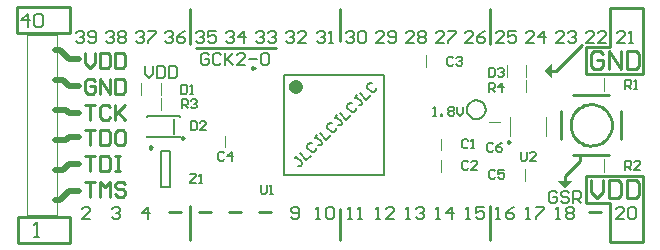
<source format=gto>
G04*
G04 #@! TF.GenerationSoftware,Altium Limited,Altium Designer,19.1.8 (144)*
G04*
G04 Layer_Color=65535*
%FSLAX25Y25*%
%MOIN*%
G70*
G01*
G75*
%ADD10C,0.00984*%
%ADD11C,0.02362*%
%ADD12C,0.01000*%
%ADD13C,0.00500*%
%ADD14C,0.02000*%
%ADD15C,0.00394*%
%ADD16C,0.00787*%
%ADD17C,0.00800*%
%ADD18C,0.00591*%
%ADD19C,0.00600*%
G36*
X202400Y16200D02*
X200000Y13800D01*
X197600Y16200D01*
X202400D01*
D02*
G37*
G36*
X195700Y50700D02*
X193300Y53100D01*
X195700Y55500D01*
Y50700D01*
D02*
G37*
D10*
X96492Y54000D02*
X95754Y54426D01*
Y53574D01*
X96492Y54000D01*
X62468Y27485D02*
X61730Y27911D01*
Y27059D01*
X62468Y27485D01*
X73092Y30600D02*
X72354Y31026D01*
Y30174D01*
X73092Y30600D01*
X181592Y29315D02*
X180854Y29741D01*
Y28889D01*
X181592Y29315D01*
D11*
X111386Y47795D02*
X110941Y48719D01*
X109942Y48947D01*
X109141Y48308D01*
Y47283D01*
X109942Y46644D01*
X110941Y46872D01*
X111386Y47795D01*
D12*
X215590Y35000D02*
X215516Y36003D01*
X215298Y36985D01*
X214938Y37924D01*
X214446Y38802D01*
X213831Y39598D01*
X213107Y40296D01*
X212289Y40881D01*
X211395Y41341D01*
X210443Y41666D01*
X209454Y41848D01*
X208448Y41885D01*
X207449Y41775D01*
X206475Y41521D01*
X205550Y41127D01*
X204691Y40603D01*
X203918Y39960D01*
X203247Y39211D01*
X202692Y38372D01*
X202265Y37461D01*
X201975Y36498D01*
X201829Y35503D01*
Y34497D01*
X201975Y33502D01*
X202265Y32539D01*
X202692Y31628D01*
X203247Y30789D01*
X203918Y30040D01*
X204691Y29397D01*
X205550Y28873D01*
X206475Y28479D01*
X207449Y28225D01*
X208448Y28115D01*
X209454Y28152D01*
X210443Y28334D01*
X211395Y28659D01*
X212289Y29119D01*
X213107Y29704D01*
X213831Y30402D01*
X214446Y31198D01*
X214938Y32076D01*
X215298Y33015D01*
X215516Y33997D01*
X215590Y35000D01*
X17500Y4200D02*
X35000D01*
X17400Y65800D02*
X35000D01*
X202795Y45039D02*
X214605D01*
X198661Y30276D02*
Y39724D01*
X218739Y30276D02*
Y39724D01*
X202795Y24961D02*
X214605D01*
X197000Y53100D02*
X205650Y61750D01*
X194900Y53100D02*
X197000D01*
X35000Y65800D02*
Y74200D01*
X17400D02*
X35000D01*
X17400Y65800D02*
Y74200D01*
X215000Y-4100D02*
Y9000D01*
X207000D02*
X215000D01*
X207000D02*
Y18000D01*
X226000D01*
Y-4100D02*
Y18000D01*
X215000Y-4100D02*
X226000D01*
X215000Y74100D02*
X226000D01*
Y52000D02*
Y74100D01*
X207000Y52000D02*
X226000D01*
X207000D02*
Y61000D01*
X215000D01*
Y74100D01*
X200000Y16000D02*
Y17900D01*
X205000Y22900D01*
X75000Y62000D02*
Y73500D01*
X125000Y63000D02*
Y73500D01*
X175000Y62000D02*
Y73500D01*
Y-3500D02*
Y8000D01*
X125000Y-3500D02*
Y7000D01*
X205000Y22900D02*
Y24961D01*
X77000Y60500D02*
X103500D01*
X75000Y-3500D02*
Y8000D01*
X17500Y-4200D02*
Y4200D01*
X35000Y-4200D02*
Y4200D01*
X17500Y-4200D02*
X35000D01*
X208000Y6001D02*
X211999D01*
X98000D02*
X101999D01*
X88000D02*
X91999D01*
X78000D02*
X81999D01*
X68000D02*
X71999D01*
X208500Y16498D02*
Y12499D01*
X210499Y10500D01*
X212499Y12499D01*
Y16498D01*
X214498D02*
Y10500D01*
X217497D01*
X218497Y11500D01*
Y15498D01*
X217497Y16498D01*
X214498D01*
X220496D02*
Y10500D01*
X223495D01*
X224495Y11500D01*
Y15498D01*
X223495Y16498D01*
X220496D01*
X212499Y58498D02*
X211499Y59498D01*
X209500D01*
X208500Y58498D01*
Y54500D01*
X209500Y53500D01*
X211499D01*
X212499Y54500D01*
Y56499D01*
X210499D01*
X214498Y53500D02*
Y59498D01*
X218497Y53500D01*
Y59498D01*
X220496D02*
Y53500D01*
X223495D01*
X224495Y54500D01*
Y58498D01*
X223495Y59498D01*
X220496D01*
X40000Y15998D02*
X43332D01*
X41666D01*
Y11000D01*
X44998D02*
Y15998D01*
X46665Y14332D01*
X48331Y15998D01*
Y11000D01*
X53329Y15165D02*
X52496Y15998D01*
X50830D01*
X49997Y15165D01*
Y14332D01*
X50830Y13499D01*
X52496D01*
X53329Y12666D01*
Y11833D01*
X52496Y11000D01*
X50830D01*
X49997Y11833D01*
X40000Y24598D02*
X43332D01*
X41666D01*
Y19600D01*
X44998Y24598D02*
Y19600D01*
X47498D01*
X48331Y20433D01*
Y23765D01*
X47498Y24598D01*
X44998D01*
X49997D02*
X51663D01*
X50830D01*
Y19600D01*
X49997D01*
X51663D01*
X40000Y33198D02*
X43332D01*
X41666D01*
Y28200D01*
X44998Y33198D02*
Y28200D01*
X47498D01*
X48331Y29033D01*
Y32365D01*
X47498Y33198D01*
X44998D01*
X52496D02*
X50830D01*
X49997Y32365D01*
Y29033D01*
X50830Y28200D01*
X52496D01*
X53329Y29033D01*
Y32365D01*
X52496Y33198D01*
X40000Y41798D02*
X43332D01*
X41666D01*
Y36800D01*
X48331Y40965D02*
X47498Y41798D01*
X45831D01*
X44998Y40965D01*
Y37633D01*
X45831Y36800D01*
X47498D01*
X48331Y37633D01*
X49997Y41798D02*
Y36800D01*
Y38466D01*
X53329Y41798D01*
X50830Y39299D01*
X53329Y36800D01*
X43332Y49565D02*
X42499Y50398D01*
X40833D01*
X40000Y49565D01*
Y46233D01*
X40833Y45400D01*
X42499D01*
X43332Y46233D01*
Y47899D01*
X41666D01*
X44998Y45400D02*
Y50398D01*
X48331Y45400D01*
Y50398D01*
X49997D02*
Y45400D01*
X52496D01*
X53329Y46233D01*
Y49565D01*
X52496Y50398D01*
X49997D01*
X40000Y58998D02*
Y55666D01*
X41666Y54000D01*
X43332Y55666D01*
Y58998D01*
X44998D02*
Y54000D01*
X47498D01*
X48331Y54833D01*
Y58165D01*
X47498Y58998D01*
X44998D01*
X49997D02*
Y54000D01*
X52496D01*
X53329Y54833D01*
Y58165D01*
X52496Y58998D01*
X49997D01*
D13*
X173550Y40100D02*
X173396Y41073D01*
X172948Y41951D01*
X172251Y42648D01*
X171373Y43095D01*
X170400Y43250D01*
X169427Y43095D01*
X168549Y42648D01*
X167852Y41951D01*
X167404Y41073D01*
X167250Y40100D01*
X167404Y39127D01*
X167852Y38249D01*
X168549Y37552D01*
X169427Y37104D01*
X170400Y36950D01*
X171373Y37104D01*
X172251Y37552D01*
X172948Y38249D01*
X173396Y39127D01*
X173550Y40100D01*
X69750Y32100D02*
Y37100D01*
X60550Y38100D02*
X71550D01*
X60550Y31100D02*
X71550D01*
X60550Y37800D02*
Y38100D01*
X71550Y37800D02*
Y38100D01*
X60550Y31100D02*
Y31400D01*
X71550Y31100D02*
Y31400D01*
X174500Y46000D02*
Y48999D01*
X175999D01*
X176499Y48499D01*
Y47499D01*
X175999Y47000D01*
X174500D01*
X175500D02*
X176499Y46000D01*
X178999D02*
Y48999D01*
X177499Y47499D01*
X179498D01*
X174500Y53999D02*
Y51000D01*
X175999D01*
X176499Y51500D01*
Y53499D01*
X175999Y53999D01*
X174500D01*
X177499Y53499D02*
X177999Y53999D01*
X178999D01*
X179498Y53499D01*
Y52999D01*
X178999Y52500D01*
X178499D01*
X178999D01*
X179498Y52000D01*
Y51500D01*
X178999Y51000D01*
X177999D01*
X177499Y51500D01*
X75300Y36299D02*
Y33300D01*
X76799D01*
X77299Y33800D01*
Y35799D01*
X76799Y36299D01*
X75300D01*
X80298Y33300D02*
X78299D01*
X80298Y35299D01*
Y35799D01*
X79799Y36299D01*
X78799D01*
X78299Y35799D01*
X75100Y18599D02*
X77099D01*
Y18099D01*
X75100Y16100D01*
Y15600D01*
X77099D01*
X78099D02*
X79099D01*
X78599D01*
Y18599D01*
X78099Y18099D01*
X156000Y38000D02*
X157000D01*
X156500D01*
Y40999D01*
X156000Y40499D01*
X158499Y38000D02*
Y38500D01*
X158999D01*
Y38000D01*
X158499D01*
X160998Y40499D02*
X161498Y40999D01*
X162498D01*
X162998Y40499D01*
Y39999D01*
X162498Y39500D01*
X162998Y39000D01*
Y38500D01*
X162498Y38000D01*
X161498D01*
X160998Y38500D01*
Y39000D01*
X161498Y39500D01*
X160998Y39999D01*
Y40499D01*
X161498Y39500D02*
X162498D01*
X163997Y40999D02*
Y39000D01*
X164997Y38000D01*
X165997Y39000D01*
Y40999D01*
X72300Y40600D02*
Y43599D01*
X73800D01*
X74299Y43099D01*
Y42099D01*
X73800Y41600D01*
X72300D01*
X73300D02*
X74299Y40600D01*
X75299Y43099D02*
X75799Y43599D01*
X76799D01*
X77298Y43099D01*
Y42599D01*
X76799Y42099D01*
X76299D01*
X76799D01*
X77298Y41600D01*
Y41100D01*
X76799Y40600D01*
X75799D01*
X75299Y41100D01*
X72100Y48399D02*
Y45400D01*
X73599D01*
X74099Y45900D01*
Y47899D01*
X73599Y48399D01*
X72100D01*
X75099Y45400D02*
X76099D01*
X75599D01*
Y48399D01*
X75099Y47899D01*
X175999Y28599D02*
X175499Y29099D01*
X174500D01*
X174000Y28599D01*
Y26600D01*
X174500Y26100D01*
X175499D01*
X175999Y26600D01*
X178998Y29099D02*
X177999Y28599D01*
X176999Y27599D01*
Y26600D01*
X177499Y26100D01*
X178499D01*
X178998Y26600D01*
Y27100D01*
X178499Y27599D01*
X176999D01*
X176799Y19499D02*
X176300Y19999D01*
X175300D01*
X174800Y19499D01*
Y17500D01*
X175300Y17000D01*
X176300D01*
X176799Y17500D01*
X179798Y19999D02*
X177799D01*
Y18499D01*
X178799Y18999D01*
X179299D01*
X179798Y18499D01*
Y17500D01*
X179299Y17000D01*
X178299D01*
X177799Y17500D01*
X185300Y26099D02*
Y23600D01*
X185800Y23100D01*
X186800D01*
X187299Y23600D01*
Y26099D01*
X190298Y23100D02*
X188299D01*
X190298Y25099D01*
Y25599D01*
X189799Y26099D01*
X188799D01*
X188299Y25599D01*
X220000Y20000D02*
Y22999D01*
X221499D01*
X221999Y22499D01*
Y21499D01*
X221499Y21000D01*
X220000D01*
X221000D02*
X221999Y20000D01*
X224998D02*
X222999D01*
X224998Y21999D01*
Y22499D01*
X224499Y22999D01*
X223499D01*
X222999Y22499D01*
X220000Y47000D02*
Y49999D01*
X221499D01*
X221999Y49499D01*
Y48500D01*
X221499Y48000D01*
X220000D01*
X221000D02*
X221999Y47000D01*
X222999D02*
X223999D01*
X223499D01*
Y49999D01*
X222999Y49499D01*
X86399Y25499D02*
X85900Y25999D01*
X84900D01*
X84400Y25499D01*
Y23500D01*
X84900Y23000D01*
X85900D01*
X86399Y23500D01*
X88899Y23000D02*
Y25999D01*
X87399Y24499D01*
X89398D01*
X162799Y57199D02*
X162300Y57699D01*
X161300D01*
X160800Y57199D01*
Y55200D01*
X161300Y54700D01*
X162300D01*
X162799Y55200D01*
X163799Y57199D02*
X164299Y57699D01*
X165299D01*
X165798Y57199D01*
Y56699D01*
X165299Y56200D01*
X164799D01*
X165299D01*
X165798Y55700D01*
Y55200D01*
X165299Y54700D01*
X164299D01*
X163799Y55200D01*
X167818Y22499D02*
X167318Y22999D01*
X166319D01*
X165819Y22499D01*
Y20500D01*
X166319Y20000D01*
X167318D01*
X167818Y20500D01*
X170817Y20000D02*
X168818D01*
X170817Y21999D01*
Y22499D01*
X170317Y22999D01*
X169318D01*
X168818Y22499D01*
X167718Y29799D02*
X167218Y30299D01*
X166219D01*
X165719Y29799D01*
Y27800D01*
X166219Y27300D01*
X167218D01*
X167718Y27800D01*
X168718Y27300D02*
X169718D01*
X169218D01*
Y30299D01*
X168718Y29799D01*
X98500Y14999D02*
Y12500D01*
X99000Y12000D01*
X99999D01*
X100499Y12500D01*
Y14999D01*
X101499Y12000D02*
X102499D01*
X101999D01*
Y14999D01*
X101499Y14499D01*
D14*
X30000Y40000D02*
X33500D01*
X34500Y39000D01*
X33500Y30000D02*
X34500Y31000D01*
X30000Y30000D02*
X33500D01*
X32500Y20000D02*
X34500Y22000D01*
X30000Y20000D02*
X32500D01*
X30000Y50000D02*
X32500D01*
X34500Y48000D01*
X30000Y10000D02*
X31500D01*
X34500Y13000D01*
X31500Y60000D02*
X34500Y57000D01*
X30000Y60000D02*
X31500D01*
X34500Y13000D02*
X38000D01*
X34500Y22000D02*
X38000D01*
X34500Y31000D02*
X38000D01*
X34500Y39000D02*
X38000D01*
X34500Y48000D02*
X38000D01*
X34500Y57000D02*
X38000D01*
D15*
X20500Y5000D02*
X20500Y65000D01*
X20500Y5000D02*
X30500D01*
X30500Y65000D02*
X30500Y5000D01*
X20500Y65000D02*
X30500D01*
X187000Y51032D02*
Y54969D01*
X180602Y51032D02*
Y54969D01*
X187000Y45933D02*
Y50067D01*
X174531Y36115D02*
X178469D01*
X186600Y16446D02*
Y20383D01*
X65200Y39933D02*
Y44067D01*
X65200Y44932D02*
Y48869D01*
X58802Y44932D02*
Y48869D01*
X193605Y31365D02*
Y37665D01*
X181795Y31365D02*
Y37665D01*
X158819Y19432D02*
Y23369D01*
X213000Y46433D02*
Y50567D01*
Y19433D02*
Y23567D01*
X153800Y54431D02*
Y58368D01*
X158819Y26531D02*
Y30468D01*
X86681Y27531D02*
Y31468D01*
D16*
X106268Y18268D02*
Y51732D01*
X139732Y18268D02*
Y51732D01*
X106268D02*
X139732D01*
X106268Y18268D02*
X139732D01*
X65200Y26402D02*
X68200D01*
X65200Y14198D02*
X68200D01*
X65200D02*
Y26402D01*
X68200Y14198D02*
Y26402D01*
D17*
X20949Y67700D02*
Y71999D01*
X18800Y69849D01*
X21666D01*
X23099Y71282D02*
X23815Y71999D01*
X25248D01*
X25964Y71282D01*
Y68416D01*
X25248Y67700D01*
X23815D01*
X23099Y68416D01*
Y71282D01*
X23100Y-2500D02*
X24766D01*
X23933D01*
Y2498D01*
X23100Y1665D01*
D18*
X110758Y24811D02*
X110016Y24069D01*
X110387Y24440D01*
X112242Y22584D01*
Y21842D01*
X111871Y21471D01*
X111129D01*
X111500Y25553D02*
X113726Y23326D01*
X115211Y24811D01*
X115582Y28892D02*
X114840D01*
X114097Y28150D01*
X114097Y27408D01*
X115582Y25924D01*
X116324D01*
X117066Y26666D01*
X117066Y27408D01*
X117437Y31490D02*
X116695Y30748D01*
X117066Y31119D01*
X118921Y29263D01*
Y28521D01*
X118550Y28150D01*
X117808D01*
X118179Y32232D02*
X120406Y30006D01*
X121890Y31490D01*
X122261Y35572D02*
X121519D01*
X120777Y34829D01*
X120777Y34087D01*
X122261Y32603D01*
X123003D01*
X123745Y33345D01*
Y34087D01*
X124116Y38169D02*
X123374Y37427D01*
X123745Y37798D01*
X125601Y35943D01*
Y35201D01*
X125229Y34829D01*
X124487D01*
X124858Y38911D02*
X127085Y36685D01*
X128569Y38169D01*
X128940Y42251D02*
X128198D01*
X127456Y41509D01*
Y40766D01*
X128940Y39282D01*
X129682D01*
X130424Y40024D01*
Y40766D01*
X130795Y44848D02*
X130053Y44106D01*
X130424Y44477D01*
X132280Y42622D01*
Y41880D01*
X131909Y41509D01*
X131166D01*
X131537Y45590D02*
X133764Y43364D01*
X135248Y44848D01*
X135619Y48930D02*
X134877D01*
X134135Y48188D01*
X134135Y47446D01*
X135619Y45961D01*
X136361D01*
X137103Y46703D01*
X137103Y47446D01*
D19*
X219766Y3800D02*
X217100D01*
X219766Y6466D01*
Y7132D01*
X219099Y7799D01*
X217766D01*
X217100Y7132D01*
X221099D02*
X221765Y7799D01*
X223098D01*
X223764Y7132D01*
Y4466D01*
X223098Y3800D01*
X221765D01*
X221099Y4466D01*
Y7132D01*
X220066Y62200D02*
X217400D01*
X220066Y64866D01*
Y65532D01*
X219399Y66199D01*
X218066D01*
X217400Y65532D01*
X221399Y62200D02*
X222732D01*
X222065D01*
Y66199D01*
X221399Y65532D01*
X197100Y3800D02*
X198433D01*
X197766D01*
Y7799D01*
X197100Y7132D01*
X200432D02*
X201099Y7799D01*
X202432D01*
X203098Y7132D01*
Y6466D01*
X202432Y5799D01*
X203098Y5133D01*
Y4466D01*
X202432Y3800D01*
X201099D01*
X200432Y4466D01*
Y5133D01*
X201099Y5799D01*
X200432Y6466D01*
Y7132D01*
X201099Y5799D02*
X202432D01*
X77000Y65632D02*
X77666Y66299D01*
X78999D01*
X79666Y65632D01*
Y64966D01*
X78999Y64299D01*
X78333D01*
X78999D01*
X79666Y63633D01*
Y62966D01*
X78999Y62300D01*
X77666D01*
X77000Y62966D01*
X83665Y66299D02*
X80999D01*
Y64299D01*
X82332Y64966D01*
X82998D01*
X83665Y64299D01*
Y62966D01*
X82998Y62300D01*
X81665D01*
X80999Y62966D01*
X87000Y65632D02*
X87666Y66299D01*
X88999D01*
X89666Y65632D01*
Y64966D01*
X88999Y64299D01*
X88333D01*
X88999D01*
X89666Y63633D01*
Y62966D01*
X88999Y62300D01*
X87666D01*
X87000Y62966D01*
X92998Y62300D02*
Y66299D01*
X90999Y64299D01*
X93664D01*
X97000Y65632D02*
X97666Y66299D01*
X98999D01*
X99666Y65632D01*
Y64966D01*
X98999Y64299D01*
X98333D01*
X98999D01*
X99666Y63633D01*
Y62966D01*
X98999Y62300D01*
X97666D01*
X97000Y62966D01*
X100999Y65632D02*
X101665Y66299D01*
X102998D01*
X103665Y65632D01*
Y64966D01*
X102998Y64299D01*
X102332D01*
X102998D01*
X103665Y63633D01*
Y62966D01*
X102998Y62300D01*
X101665D01*
X100999Y62966D01*
X41666Y3800D02*
X39000D01*
X41666Y6466D01*
Y7132D01*
X40999Y7799D01*
X39666D01*
X39000Y7132D01*
X49000D02*
X49666Y7799D01*
X50999D01*
X51666Y7132D01*
Y6466D01*
X50999Y5799D01*
X50333D01*
X50999D01*
X51666Y5133D01*
Y4466D01*
X50999Y3800D01*
X49666D01*
X49000Y4466D01*
X37000Y65632D02*
X37666Y66299D01*
X38999D01*
X39666Y65632D01*
Y64966D01*
X38999Y64299D01*
X38333D01*
X38999D01*
X39666Y63633D01*
Y62966D01*
X38999Y62300D01*
X37666D01*
X37000Y62966D01*
X40999D02*
X41665Y62300D01*
X42998D01*
X43665Y62966D01*
Y65632D01*
X42998Y66299D01*
X41665D01*
X40999Y65632D01*
Y64966D01*
X41665Y64299D01*
X43665D01*
X47000Y65632D02*
X47666Y66299D01*
X48999D01*
X49666Y65632D01*
Y64966D01*
X48999Y64299D01*
X48333D01*
X48999D01*
X49666Y63633D01*
Y62966D01*
X48999Y62300D01*
X47666D01*
X47000Y62966D01*
X50999Y65632D02*
X51665Y66299D01*
X52998D01*
X53664Y65632D01*
Y64966D01*
X52998Y64299D01*
X53664Y63633D01*
Y62966D01*
X52998Y62300D01*
X51665D01*
X50999Y62966D01*
Y63633D01*
X51665Y64299D01*
X50999Y64966D01*
Y65632D01*
X51665Y64299D02*
X52998D01*
X57000Y65632D02*
X57666Y66299D01*
X58999D01*
X59666Y65632D01*
Y64966D01*
X58999Y64299D01*
X58333D01*
X58999D01*
X59666Y63633D01*
Y62966D01*
X58999Y62300D01*
X57666D01*
X57000Y62966D01*
X60999Y66299D02*
X63665D01*
Y65632D01*
X60999Y62966D01*
Y62300D01*
X107000Y65632D02*
X107667Y66299D01*
X108999D01*
X109666Y65632D01*
Y64966D01*
X108999Y64299D01*
X108333D01*
X108999D01*
X109666Y63633D01*
Y62966D01*
X108999Y62300D01*
X107667D01*
X107000Y62966D01*
X113664Y62300D02*
X110999D01*
X113664Y64966D01*
Y65632D01*
X112998Y66299D01*
X111665D01*
X110999Y65632D01*
X139666Y62300D02*
X137000D01*
X139666Y64966D01*
Y65632D01*
X138999Y66299D01*
X137666D01*
X137000Y65632D01*
X140999Y62966D02*
X141665Y62300D01*
X142998D01*
X143665Y62966D01*
Y65632D01*
X142998Y66299D01*
X141665D01*
X140999Y65632D01*
Y64966D01*
X141665Y64299D01*
X143665D01*
X149666Y62300D02*
X147000D01*
X149666Y64966D01*
Y65632D01*
X148999Y66299D01*
X147667D01*
X147000Y65632D01*
X150999D02*
X151665Y66299D01*
X152998D01*
X153665Y65632D01*
Y64966D01*
X152998Y64299D01*
X153665Y63633D01*
Y62966D01*
X152998Y62300D01*
X151665D01*
X150999Y62966D01*
Y63633D01*
X151665Y64299D01*
X150999Y64966D01*
Y65632D01*
X151665Y64299D02*
X152998D01*
X159666Y62300D02*
X157000D01*
X159666Y64966D01*
Y65632D01*
X158999Y66299D01*
X157667D01*
X157000Y65632D01*
X160999Y66299D02*
X163664D01*
Y65632D01*
X160999Y62966D01*
Y62300D01*
X209666D02*
X207000D01*
X209666Y64966D01*
Y65632D01*
X208999Y66299D01*
X207666D01*
X207000Y65632D01*
X213665Y62300D02*
X210999D01*
X213665Y64966D01*
Y65632D01*
X212998Y66299D01*
X211665D01*
X210999Y65632D01*
X199666Y62300D02*
X197000D01*
X199666Y64966D01*
Y65632D01*
X198999Y66299D01*
X197667D01*
X197000Y65632D01*
X200999D02*
X201665Y66299D01*
X202998D01*
X203664Y65632D01*
Y64966D01*
X202998Y64299D01*
X202332D01*
X202998D01*
X203664Y63633D01*
Y62966D01*
X202998Y62300D01*
X201665D01*
X200999Y62966D01*
X189666Y62300D02*
X187000D01*
X189666Y64966D01*
Y65632D01*
X188999Y66299D01*
X187666D01*
X187000Y65632D01*
X192998Y62300D02*
Y66299D01*
X190999Y64299D01*
X193665D01*
X187100Y3800D02*
X188433D01*
X187767D01*
Y7799D01*
X187100Y7132D01*
X190432Y7799D02*
X193098D01*
Y7132D01*
X190432Y4466D01*
Y3800D01*
X137000D02*
X138333D01*
X137666D01*
Y7799D01*
X137000Y7132D01*
X142998Y3800D02*
X140332D01*
X142998Y6466D01*
Y7132D01*
X142332Y7799D01*
X140999D01*
X140332Y7132D01*
X147000Y3800D02*
X148333D01*
X147667D01*
Y7799D01*
X147000Y7132D01*
X150332D02*
X150999Y7799D01*
X152332D01*
X152998Y7132D01*
Y6466D01*
X152332Y5799D01*
X151665D01*
X152332D01*
X152998Y5133D01*
Y4466D01*
X152332Y3800D01*
X150999D01*
X150332Y4466D01*
X157000Y3800D02*
X158333D01*
X157667D01*
Y7799D01*
X157000Y7132D01*
X162332Y3800D02*
Y7799D01*
X160332Y5799D01*
X162998D01*
X108800Y4450D02*
X109450Y3800D01*
X110749D01*
X111399Y4450D01*
Y7049D01*
X110749Y7699D01*
X109450D01*
X108800Y7049D01*
Y6399D01*
X109450Y5749D01*
X111399D01*
X60999Y3800D02*
Y7799D01*
X59000Y5799D01*
X61666D01*
X60000Y54499D02*
Y51833D01*
X61333Y50500D01*
X62666Y51833D01*
Y54499D01*
X63999D02*
Y50500D01*
X65998D01*
X66664Y51166D01*
Y53832D01*
X65998Y54499D01*
X63999D01*
X67997D02*
Y50500D01*
X69997D01*
X70663Y51166D01*
Y53832D01*
X69997Y54499D01*
X67997D01*
X197366Y12332D02*
X196699Y12999D01*
X195367D01*
X194700Y12332D01*
Y9667D01*
X195367Y9000D01*
X196699D01*
X197366Y9667D01*
Y10999D01*
X196033D01*
X201364Y12332D02*
X200698Y12999D01*
X199365D01*
X198699Y12332D01*
Y11666D01*
X199365Y10999D01*
X200698D01*
X201364Y10333D01*
Y9667D01*
X200698Y9000D01*
X199365D01*
X198699Y9667D01*
X202697Y9000D02*
Y12999D01*
X204697D01*
X205363Y12332D01*
Y10999D01*
X204697Y10333D01*
X202697D01*
X204030D02*
X205363Y9000D01*
X117200Y65632D02*
X117867Y66299D01*
X119199D01*
X119866Y65632D01*
Y64966D01*
X119199Y64299D01*
X118533D01*
X119199D01*
X119866Y63633D01*
Y62966D01*
X119199Y62300D01*
X117867D01*
X117200Y62966D01*
X121199Y62300D02*
X122532D01*
X121865D01*
Y66299D01*
X121199Y65632D01*
X169166Y62300D02*
X166500D01*
X169166Y64966D01*
Y65632D01*
X168499Y66299D01*
X167166D01*
X166500Y65632D01*
X173164Y66299D02*
X171832Y65632D01*
X170499Y64299D01*
Y62966D01*
X171165Y62300D01*
X172498D01*
X173164Y62966D01*
Y63633D01*
X172498Y64299D01*
X170499D01*
X167000Y3800D02*
X168333D01*
X167666D01*
Y7799D01*
X167000Y7132D01*
X172998Y7799D02*
X170332D01*
Y5799D01*
X171665Y6466D01*
X172332D01*
X172998Y5799D01*
Y4466D01*
X172332Y3800D01*
X170999D01*
X170332Y4466D01*
X117000Y3800D02*
X118333D01*
X117666D01*
Y7799D01*
X117000Y7132D01*
X120332D02*
X120999Y7799D01*
X122332D01*
X122998Y7132D01*
Y4466D01*
X122332Y3800D01*
X120999D01*
X120332Y4466D01*
Y7132D01*
X66500Y65632D02*
X67166Y66299D01*
X68499D01*
X69166Y65632D01*
Y64966D01*
X68499Y64299D01*
X67833D01*
X68499D01*
X69166Y63633D01*
Y62966D01*
X68499Y62300D01*
X67166D01*
X66500Y62966D01*
X73164Y66299D02*
X71832Y65632D01*
X70499Y64299D01*
Y62966D01*
X71165Y62300D01*
X72498D01*
X73164Y62966D01*
Y63633D01*
X72498Y64299D01*
X70499D01*
X127000Y65632D02*
X127666Y66299D01*
X128999D01*
X129666Y65632D01*
Y64966D01*
X128999Y64299D01*
X128333D01*
X128999D01*
X129666Y63633D01*
Y62966D01*
X128999Y62300D01*
X127666D01*
X127000Y62966D01*
X130999Y65632D02*
X131665Y66299D01*
X132998D01*
X133665Y65632D01*
Y62966D01*
X132998Y62300D01*
X131665D01*
X130999Y62966D01*
Y65632D01*
X179666Y62300D02*
X177000D01*
X179666Y64966D01*
Y65632D01*
X178999Y66299D01*
X177666D01*
X177000Y65632D01*
X183665Y66299D02*
X180999D01*
Y64299D01*
X182332Y64966D01*
X182998D01*
X183665Y64299D01*
Y62966D01*
X182998Y62300D01*
X181665D01*
X180999Y62966D01*
X177000Y3800D02*
X178333D01*
X177666D01*
Y7799D01*
X177000Y7132D01*
X182998Y7799D02*
X181665Y7132D01*
X180332Y5799D01*
Y4466D01*
X180999Y3800D01*
X182332D01*
X182998Y4466D01*
Y5133D01*
X182332Y5799D01*
X180332D01*
X127500Y3800D02*
X128833D01*
X128166D01*
Y7799D01*
X127500Y7132D01*
X130832Y3800D02*
X132165D01*
X131499D01*
Y7799D01*
X130832Y7132D01*
X81166Y58332D02*
X80499Y58999D01*
X79166D01*
X78500Y58332D01*
Y55666D01*
X79166Y55000D01*
X80499D01*
X81166Y55666D01*
Y56999D01*
X79833D01*
X85164Y58332D02*
X84498Y58999D01*
X83165D01*
X82499Y58332D01*
Y55666D01*
X83165Y55000D01*
X84498D01*
X85164Y55666D01*
X86497Y58999D02*
Y55000D01*
Y56333D01*
X89163Y58999D01*
X87164Y56999D01*
X89163Y55000D01*
X93162D02*
X90496D01*
X93162Y57666D01*
Y58332D01*
X92496Y58999D01*
X91163D01*
X90496Y58332D01*
X94495Y56999D02*
X97161D01*
X98494Y58332D02*
X99160Y58999D01*
X100493D01*
X101159Y58332D01*
Y55666D01*
X100493Y55000D01*
X99160D01*
X98494Y55666D01*
Y58332D01*
M02*

</source>
